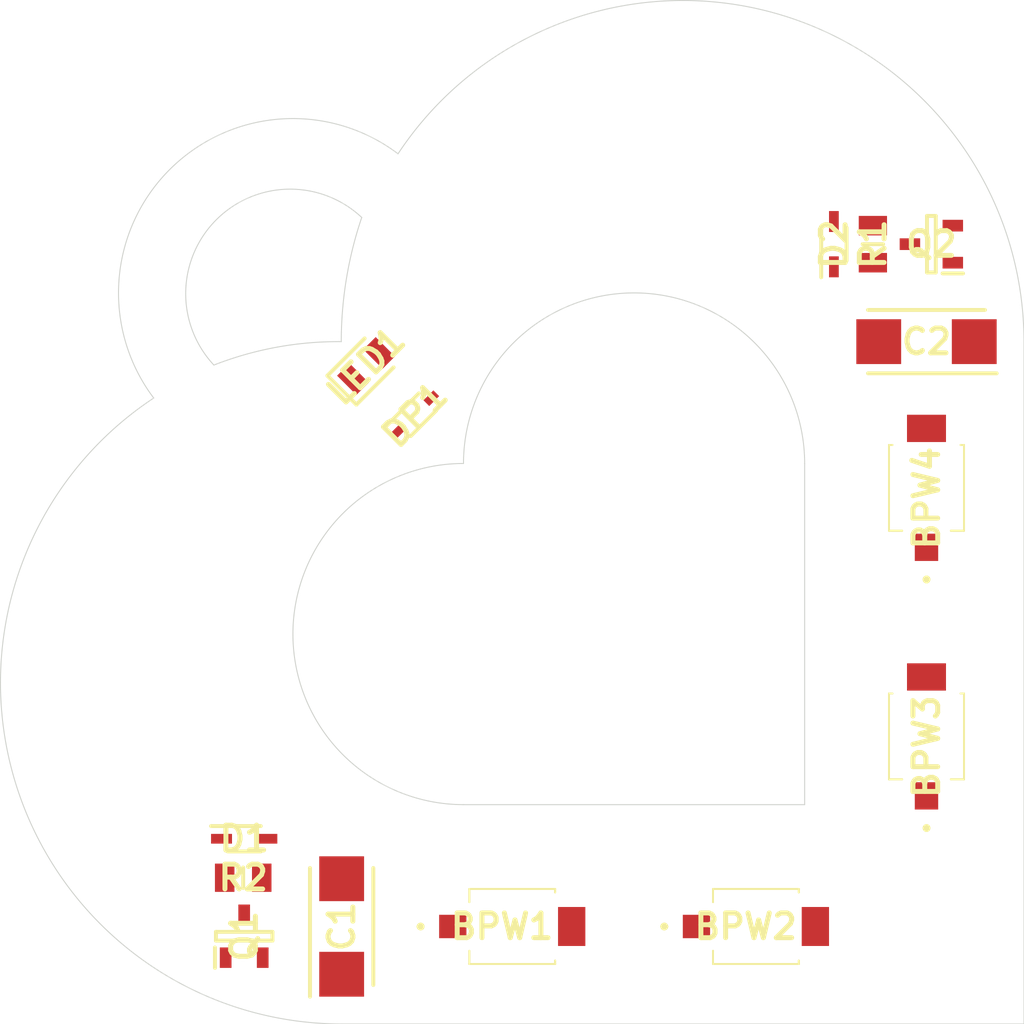
<source format=kicad_pcb>
(kicad_pcb (version 20171130) (host pcbnew "(5.1.12-1-g0a0a2da680)-1")

  (general
    (thickness 1.6)
    (drawings 12)
    (tracks 0)
    (zones 0)
    (modules 14)
    (nets 12)
  )

  (page A4)
  (layers
    (0 F.Cu signal)
    (31 B.Cu signal)
    (32 B.Adhes user)
    (33 F.Adhes user)
    (34 B.Paste user)
    (35 F.Paste user)
    (36 B.SilkS user)
    (37 F.SilkS user)
    (38 B.Mask user)
    (39 F.Mask user)
    (40 Dwgs.User user)
    (41 Cmts.User user)
    (42 Eco1.User user)
    (43 Eco2.User user)
    (44 Edge.Cuts user)
    (45 Margin user)
    (46 B.CrtYd user)
    (47 F.CrtYd user)
    (48 B.Fab user)
    (49 F.Fab user)
  )

  (setup
    (last_trace_width 0.25)
    (trace_clearance 0.2)
    (zone_clearance 0.508)
    (zone_45_only no)
    (trace_min 0.2)
    (via_size 0.8)
    (via_drill 0.4)
    (via_min_size 0.4)
    (via_min_drill 0.3)
    (uvia_size 0.3)
    (uvia_drill 0.1)
    (uvias_allowed no)
    (uvia_min_size 0.2)
    (uvia_min_drill 0.1)
    (edge_width 0.05)
    (segment_width 0.2)
    (pcb_text_width 0.3)
    (pcb_text_size 1.5 1.5)
    (mod_edge_width 0.12)
    (mod_text_size 1 1)
    (mod_text_width 0.15)
    (pad_size 1.524 1.524)
    (pad_drill 0.762)
    (pad_to_mask_clearance 0)
    (aux_axis_origin 0 0)
    (visible_elements FFFFFF7F)
    (pcbplotparams
      (layerselection 0x010fc_ffffffff)
      (usegerberextensions false)
      (usegerberattributes true)
      (usegerberadvancedattributes true)
      (creategerberjobfile true)
      (excludeedgelayer true)
      (linewidth 0.100000)
      (plotframeref false)
      (viasonmask false)
      (mode 1)
      (useauxorigin false)
      (hpglpennumber 1)
      (hpglpenspeed 20)
      (hpglpendiameter 15.000000)
      (psnegative false)
      (psa4output false)
      (plotreference true)
      (plotvalue true)
      (plotinvisibletext false)
      (padsonsilk false)
      (subtractmaskfromsilk false)
      (outputformat 1)
      (mirror false)
      (drillshape 1)
      (scaleselection 1)
      (outputdirectory ""))
  )

  (net 0 "")
  (net 1 "Net-(BPW1-Pad2)")
  (net 2 "Net-(BPW1-Pad1)")
  (net 3 "Net-(BPW2-Pad2)")
  (net 4 "Net-(BPW3-Pad2)")
  (net 5 "Net-(BPW4-Pad2)")
  (net 6 "Net-(C1-Pad1)")
  (net 7 "Net-(C2-Pad2)")
  (net 8 "Net-(DP1-Pad2)")
  (net 9 "Net-(DP1-Pad1)")
  (net 10 "Net-(LED1-Pad1)")
  (net 11 "Net-(Q1-Pad3)")

  (net_class Default "This is the default net class."
    (clearance 0.2)
    (trace_width 0.25)
    (via_dia 0.8)
    (via_drill 0.4)
    (uvia_dia 0.3)
    (uvia_drill 0.1)
    (add_net "Net-(BPW1-Pad1)")
    (add_net "Net-(BPW1-Pad2)")
    (add_net "Net-(BPW2-Pad2)")
    (add_net "Net-(BPW3-Pad2)")
    (add_net "Net-(BPW4-Pad2)")
    (add_net "Net-(C1-Pad1)")
    (add_net "Net-(C2-Pad2)")
    (add_net "Net-(DP1-Pad1)")
    (add_net "Net-(DP1-Pad2)")
    (add_net "Net-(LED1-Pad1)")
    (add_net "Net-(Q1-Pad3)")
  )

  (module Library_Loader:RESC2012X75N (layer F.Cu) (tedit 0) (tstamp 618D9BFF)
    (at 109.95 107.5)
    (descr ERJP6W)
    (tags Resistor)
    (path /618DF316)
    (attr smd)
    (fp_text reference R2 (at 0 0) (layer F.SilkS)
      (effects (font (size 1.27 1.27) (thickness 0.254)))
    )
    (fp_text value 220 (at 0 0) (layer F.SilkS) hide
      (effects (font (size 1.27 1.27) (thickness 0.254)))
    )
    (fp_text user %R (at 0 0) (layer F.Fab)
      (effects (font (size 1.27 1.27) (thickness 0.254)))
    )
    (fp_line (start -1.7 -1) (end 1.7 -1) (layer F.CrtYd) (width 0.05))
    (fp_line (start 1.7 -1) (end 1.7 1) (layer F.CrtYd) (width 0.05))
    (fp_line (start 1.7 1) (end -1.7 1) (layer F.CrtYd) (width 0.05))
    (fp_line (start -1.7 1) (end -1.7 -1) (layer F.CrtYd) (width 0.05))
    (fp_line (start -1 -0.625) (end 1 -0.625) (layer F.Fab) (width 0.1))
    (fp_line (start 1 -0.625) (end 1 0.625) (layer F.Fab) (width 0.1))
    (fp_line (start 1 0.625) (end -1 0.625) (layer F.Fab) (width 0.1))
    (fp_line (start -1 0.625) (end -1 -0.625) (layer F.Fab) (width 0.1))
    (fp_line (start 0 -0.525) (end 0 0.525) (layer F.SilkS) (width 0.2))
    (pad 2 smd rect (at 0.95 0) (size 1 1.45) (layers F.Cu F.Paste F.Mask)
      (net 11 "Net-(Q1-Pad3)"))
    (pad 1 smd rect (at -0.95 0) (size 1 1.45) (layers F.Cu F.Paste F.Mask)
      (net 10 "Net-(LED1-Pad1)"))
    (model D:\SamacSys_PCB_Library\KiCad\SamacSys_Parts.3dshapes\ERJP6WF1303V.stp
      (at (xyz 0 0 0))
      (scale (xyz 1 1 1))
      (rotate (xyz 0 0 0))
    )
  )

  (module Library_Loader:RESC2012X75N (layer F.Cu) (tedit 0) (tstamp 618D9BEF)
    (at 142.25 75 270)
    (descr ERJP6W)
    (tags Resistor)
    (path /618E07A5)
    (attr smd)
    (fp_text reference R1 (at 0 0 90) (layer F.SilkS)
      (effects (font (size 1.27 1.27) (thickness 0.254)))
    )
    (fp_text value 4k7 (at 0 0 90) (layer F.SilkS) hide
      (effects (font (size 1.27 1.27) (thickness 0.254)))
    )
    (fp_line (start 0 -0.525) (end 0 0.525) (layer F.SilkS) (width 0.2))
    (fp_line (start -1 0.625) (end -1 -0.625) (layer F.Fab) (width 0.1))
    (fp_line (start 1 0.625) (end -1 0.625) (layer F.Fab) (width 0.1))
    (fp_line (start 1 -0.625) (end 1 0.625) (layer F.Fab) (width 0.1))
    (fp_line (start -1 -0.625) (end 1 -0.625) (layer F.Fab) (width 0.1))
    (fp_line (start -1.7 1) (end -1.7 -1) (layer F.CrtYd) (width 0.05))
    (fp_line (start 1.7 1) (end -1.7 1) (layer F.CrtYd) (width 0.05))
    (fp_line (start 1.7 -1) (end 1.7 1) (layer F.CrtYd) (width 0.05))
    (fp_line (start -1.7 -1) (end 1.7 -1) (layer F.CrtYd) (width 0.05))
    (fp_text user %R (at 0 0 90) (layer F.Fab)
      (effects (font (size 1.27 1.27) (thickness 0.254)))
    )
    (pad 1 smd rect (at -0.95 0 270) (size 1 1.45) (layers F.Cu F.Paste F.Mask)
      (net 6 "Net-(C1-Pad1)"))
    (pad 2 smd rect (at 0.95 0 270) (size 1 1.45) (layers F.Cu F.Paste F.Mask)
      (net 8 "Net-(DP1-Pad2)"))
    (model D:\SamacSys_PCB_Library\KiCad\SamacSys_Parts.3dshapes\ERJP6WF1303V.stp
      (at (xyz 0 0 0))
      (scale (xyz 1 1 1))
      (rotate (xyz 0 0 0))
    )
  )

  (module Library_Loader:SOT95P230X110-3N (layer F.Cu) (tedit 0) (tstamp 618D9BDF)
    (at 145.25 75 180)
    (descr SOT23-ren3)
    (tags "Transistor BJT NPN")
    (path /618E46C4)
    (attr smd)
    (fp_text reference Q2 (at 0 0) (layer F.SilkS)
      (effects (font (size 1.27 1.27) (thickness 0.254)))
    )
    (fp_text value BC857 (at 0 0) (layer F.SilkS) hide
      (effects (font (size 1.27 1.27) (thickness 0.254)))
    )
    (fp_line (start -1.625 -1.5) (end -0.575 -1.5) (layer F.SilkS) (width 0.2))
    (fp_line (start -0.225 1.45) (end -0.225 -1.45) (layer F.SilkS) (width 0.2))
    (fp_line (start 0.225 1.45) (end -0.225 1.45) (layer F.SilkS) (width 0.2))
    (fp_line (start 0.225 -1.45) (end 0.225 1.45) (layer F.SilkS) (width 0.2))
    (fp_line (start -0.225 -1.45) (end 0.225 -1.45) (layer F.SilkS) (width 0.2))
    (fp_line (start -0.65 -0.5) (end 0.3 -1.45) (layer F.Fab) (width 0.1))
    (fp_line (start -0.65 1.45) (end -0.65 -1.45) (layer F.Fab) (width 0.1))
    (fp_line (start 0.65 1.45) (end -0.65 1.45) (layer F.Fab) (width 0.1))
    (fp_line (start 0.65 -1.45) (end 0.65 1.45) (layer F.Fab) (width 0.1))
    (fp_line (start -0.65 -1.45) (end 0.65 -1.45) (layer F.Fab) (width 0.1))
    (fp_line (start -1.875 1.75) (end -1.875 -1.75) (layer F.CrtYd) (width 0.05))
    (fp_line (start 1.875 1.75) (end -1.875 1.75) (layer F.CrtYd) (width 0.05))
    (fp_line (start 1.875 -1.75) (end 1.875 1.75) (layer F.CrtYd) (width 0.05))
    (fp_line (start -1.875 -1.75) (end 1.875 -1.75) (layer F.CrtYd) (width 0.05))
    (fp_text user %R (at 0 0) (layer F.Fab)
      (effects (font (size 1.27 1.27) (thickness 0.254)))
    )
    (pad 1 smd rect (at -1.1 -0.95 270) (size 0.6 1.05) (layers F.Cu F.Paste F.Mask)
      (net 11 "Net-(Q1-Pad3)"))
    (pad 2 smd rect (at -1.1 0.95 270) (size 0.6 1.05) (layers F.Cu F.Paste F.Mask)
      (net 2 "Net-(BPW1-Pad1)"))
    (pad 3 smd rect (at 1.1 0 270) (size 0.6 1.05) (layers F.Cu F.Paste F.Mask)
      (net 5 "Net-(BPW4-Pad2)"))
    (model D:\SamacSys_PCB_Library\KiCad\SamacSys_Parts.3dshapes\BCX70J,235.stp
      (at (xyz 0 0 0))
      (scale (xyz 1 1 1))
      (rotate (xyz 0 0 0))
    )
  )

  (module Library_Loader:SOT95P230X110-3N (layer F.Cu) (tedit 0) (tstamp 618D9BC9)
    (at 110 110.5 90)
    (descr SOT23-ren3)
    (tags "Transistor BJT NPN")
    (path /618E28A6)
    (attr smd)
    (fp_text reference Q1 (at 0 0 90) (layer F.SilkS)
      (effects (font (size 1.27 1.27) (thickness 0.254)))
    )
    (fp_text value BCX70 (at 0 0 90) (layer F.SilkS) hide
      (effects (font (size 1.27 1.27) (thickness 0.254)))
    )
    (fp_text user %R (at 0 0 90) (layer F.Fab)
      (effects (font (size 1.27 1.27) (thickness 0.254)))
    )
    (fp_line (start -1.875 -1.75) (end 1.875 -1.75) (layer F.CrtYd) (width 0.05))
    (fp_line (start 1.875 -1.75) (end 1.875 1.75) (layer F.CrtYd) (width 0.05))
    (fp_line (start 1.875 1.75) (end -1.875 1.75) (layer F.CrtYd) (width 0.05))
    (fp_line (start -1.875 1.75) (end -1.875 -1.75) (layer F.CrtYd) (width 0.05))
    (fp_line (start -0.65 -1.45) (end 0.65 -1.45) (layer F.Fab) (width 0.1))
    (fp_line (start 0.65 -1.45) (end 0.65 1.45) (layer F.Fab) (width 0.1))
    (fp_line (start 0.65 1.45) (end -0.65 1.45) (layer F.Fab) (width 0.1))
    (fp_line (start -0.65 1.45) (end -0.65 -1.45) (layer F.Fab) (width 0.1))
    (fp_line (start -0.65 -0.5) (end 0.3 -1.45) (layer F.Fab) (width 0.1))
    (fp_line (start -0.225 -1.45) (end 0.225 -1.45) (layer F.SilkS) (width 0.2))
    (fp_line (start 0.225 -1.45) (end 0.225 1.45) (layer F.SilkS) (width 0.2))
    (fp_line (start 0.225 1.45) (end -0.225 1.45) (layer F.SilkS) (width 0.2))
    (fp_line (start -0.225 1.45) (end -0.225 -1.45) (layer F.SilkS) (width 0.2))
    (fp_line (start -1.625 -1.5) (end -0.575 -1.5) (layer F.SilkS) (width 0.2))
    (pad 3 smd rect (at 1.1 0 180) (size 0.6 1.05) (layers F.Cu F.Paste F.Mask)
      (net 11 "Net-(Q1-Pad3)"))
    (pad 2 smd rect (at -1.1 0.95 180) (size 0.6 1.05) (layers F.Cu F.Paste F.Mask)
      (net 7 "Net-(C2-Pad2)"))
    (pad 1 smd rect (at -1.1 -0.95 180) (size 0.6 1.05) (layers F.Cu F.Paste F.Mask)
      (net 9 "Net-(DP1-Pad1)"))
    (model D:\SamacSys_PCB_Library\KiCad\SamacSys_Parts.3dshapes\BCX70J,235.stp
      (at (xyz 0 0 0))
      (scale (xyz 1 1 1))
      (rotate (xyz 0 0 0))
    )
  )

  (module Library_Loader:LEDC2012X90N (layer F.Cu) (tedit 0) (tstamp 618D9BB3)
    (at 116.25 81.25 45)
    (descr "SML-H12x Series-1")
    (tags LED)
    (path /618DBBB0)
    (attr smd)
    (fp_text reference LED1 (at 0 0 45) (layer F.SilkS)
      (effects (font (size 1.27 1.27) (thickness 0.254)))
    )
    (fp_text value SML-H12V8TT86 (at 0 0 45) (layer F.SilkS) hide
      (effects (font (size 1.27 1.27) (thickness 0.254)))
    )
    (fp_text user %R (at 0 0 45) (layer F.Fab)
      (effects (font (size 1.27 1.27) (thickness 0.254)))
    )
    (fp_line (start -1.85 -1.15) (end 1.85 -1.15) (layer F.CrtYd) (width 0.05))
    (fp_line (start 1.85 -1.15) (end 1.85 1.15) (layer F.CrtYd) (width 0.05))
    (fp_line (start 1.85 1.15) (end -1.85 1.15) (layer F.CrtYd) (width 0.05))
    (fp_line (start -1.85 1.15) (end -1.85 -1.15) (layer F.CrtYd) (width 0.05))
    (fp_line (start -1 -0.625) (end 1 -0.625) (layer F.Fab) (width 0.1))
    (fp_line (start 1 -0.625) (end 1 0.625) (layer F.Fab) (width 0.1))
    (fp_line (start 1 0.625) (end -1 0.625) (layer F.Fab) (width 0.1))
    (fp_line (start -1 0.625) (end -1 -0.625) (layer F.Fab) (width 0.1))
    (fp_line (start -1 -0.208) (end -0.583 -0.625) (layer F.Fab) (width 0.1))
    (fp_line (start 0.95 -1.05) (end -1.75 -1.05) (layer F.SilkS) (width 0.2))
    (fp_line (start -1.75 -1.05) (end -1.75 1.05) (layer F.SilkS) (width 0.2))
    (fp_line (start -1.75 1.05) (end 0.95 1.05) (layer F.SilkS) (width 0.2))
    (pad 2 smd rect (at 0.95 0 45) (size 0.9 1.4) (layers F.Cu F.Paste F.Mask)
      (net 6 "Net-(C1-Pad1)"))
    (pad 1 smd rect (at -0.95 0 45) (size 0.9 1.4) (layers F.Cu F.Paste F.Mask)
      (net 10 "Net-(LED1-Pad1)"))
    (model D:\SamacSys_PCB_Library\KiCad\SamacSys_Parts.3dshapes\SML-H12V8TT86.stp
      (offset (xyz -0.02999999887889222 0 0.1399999984934563))
      (scale (xyz 1 1 1))
      (rotate (xyz -90 0 0))
    )
  )

  (module Library_Loader:SODFL2512X90N (layer F.Cu) (tedit 0) (tstamp 618D9BA0)
    (at 118.75 83.75 45)
    (descr SOD-323)
    (tags Diode)
    (path /61900117)
    (attr smd)
    (fp_text reference DP1 (at 0 0 45) (layer F.SilkS)
      (effects (font (size 1.27 1.27) (thickness 0.254)))
    )
    (fp_text value BAV21WS_R1_00001 (at 0 0 45) (layer F.SilkS) hide
      (effects (font (size 1.27 1.27) (thickness 0.254)))
    )
    (fp_text user %R (at 0 0 45) (layer F.Fab)
      (effects (font (size 1.27 1.27) (thickness 0.254)))
    )
    (fp_line (start -1.71 -0.825) (end 1.71 -0.825) (layer F.CrtYd) (width 0.05))
    (fp_line (start 1.71 -0.825) (end 1.71 0.825) (layer F.CrtYd) (width 0.05))
    (fp_line (start 1.71 0.825) (end -1.71 0.825) (layer F.CrtYd) (width 0.05))
    (fp_line (start -1.71 0.825) (end -1.71 -0.825) (layer F.CrtYd) (width 0.05))
    (fp_line (start -0.925 -0.625) (end 0.925 -0.625) (layer F.Fab) (width 0.1))
    (fp_line (start 0.925 -0.625) (end 0.925 0.625) (layer F.Fab) (width 0.1))
    (fp_line (start 0.925 0.625) (end -0.925 0.625) (layer F.Fab) (width 0.1))
    (fp_line (start -0.925 0.625) (end -0.925 -0.625) (layer F.Fab) (width 0.1))
    (fp_line (start -0.925 -0.265) (end -0.565 -0.625) (layer F.Fab) (width 0.1))
    (fp_line (start -1.56 -0.625) (end 0.925 -0.625) (layer F.SilkS) (width 0.2))
    (fp_line (start -0.925 0.625) (end 0.925 0.625) (layer F.SilkS) (width 0.2))
    (pad 2 smd rect (at 1.2 0 135) (size 0.42 0.72) (layers F.Cu F.Paste F.Mask)
      (net 8 "Net-(DP1-Pad2)"))
    (pad 1 smd rect (at -1.2 0 135) (size 0.42 0.72) (layers F.Cu F.Paste F.Mask)
      (net 9 "Net-(DP1-Pad1)"))
    (model D:\SamacSys_PCB_Library\KiCad\SamacSys_Parts.3dshapes\BAV21WS_R1_00001.stp
      (at (xyz 0 0 0))
      (scale (xyz 1 1 1))
      (rotate (xyz 0 0 0))
    )
  )

  (module Library_Loader:SOD2513X120N (layer F.Cu) (tedit 0) (tstamp 618D9B8E)
    (at 140.25 75 90)
    (descr SOD323)
    (tags Diode)
    (path /618D9945)
    (attr smd)
    (fp_text reference D2 (at 0 0 90) (layer F.SilkS)
      (effects (font (size 1.27 1.27) (thickness 0.254)))
    )
    (fp_text value ZLLS410TA (at 0 0 90) (layer F.SilkS) hide
      (effects (font (size 1.27 1.27) (thickness 0.254)))
    )
    (fp_line (start -0.85 0.65) (end 0.85 0.65) (layer F.SilkS) (width 0.2))
    (fp_line (start -1.7 -0.65) (end 0.85 -0.65) (layer F.SilkS) (width 0.2))
    (fp_line (start -0.85 -0.112) (end -0.312 -0.65) (layer F.Fab) (width 0.1))
    (fp_line (start -0.85 0.65) (end -0.85 -0.65) (layer F.Fab) (width 0.1))
    (fp_line (start 0.85 0.65) (end -0.85 0.65) (layer F.Fab) (width 0.1))
    (fp_line (start 0.85 -0.65) (end 0.85 0.65) (layer F.Fab) (width 0.1))
    (fp_line (start -0.85 -0.65) (end 0.85 -0.65) (layer F.Fab) (width 0.1))
    (fp_line (start -1.975 1.15) (end -1.975 -1.15) (layer F.CrtYd) (width 0.05))
    (fp_line (start 1.975 1.15) (end -1.975 1.15) (layer F.CrtYd) (width 0.05))
    (fp_line (start 1.975 -1.15) (end 1.975 1.15) (layer F.CrtYd) (width 0.05))
    (fp_line (start -1.975 -1.15) (end 1.975 -1.15) (layer F.CrtYd) (width 0.05))
    (fp_text user %R (at 0 0 90) (layer F.Fab)
      (effects (font (size 1.27 1.27) (thickness 0.254)))
    )
    (pad 1 smd rect (at -1.162 0 180) (size 0.5 1.075) (layers F.Cu F.Paste F.Mask)
      (net 5 "Net-(BPW4-Pad2)"))
    (pad 2 smd rect (at 1.162 0 180) (size 0.5 1.075) (layers F.Cu F.Paste F.Mask)
      (net 7 "Net-(C2-Pad2)"))
    (model D:\SamacSys_PCB_Library\KiCad\SamacSys_Parts.3dshapes\ZLLS410TA.stp
      (at (xyz 0 0 0))
      (scale (xyz 1 1 1))
      (rotate (xyz 0 0 0))
    )
  )

  (module Library_Loader:SOD2513X120N (layer F.Cu) (tedit 0) (tstamp 618D9B7C)
    (at 110 105.5)
    (descr SOD323)
    (tags Diode)
    (path /618D8BD4)
    (attr smd)
    (fp_text reference D1 (at 0 0) (layer F.SilkS)
      (effects (font (size 1.27 1.27) (thickness 0.254)))
    )
    (fp_text value ZLLS410TA (at 0 0) (layer F.SilkS) hide
      (effects (font (size 1.27 1.27) (thickness 0.254)))
    )
    (fp_line (start -0.85 0.65) (end 0.85 0.65) (layer F.SilkS) (width 0.2))
    (fp_line (start -1.7 -0.65) (end 0.85 -0.65) (layer F.SilkS) (width 0.2))
    (fp_line (start -0.85 -0.112) (end -0.312 -0.65) (layer F.Fab) (width 0.1))
    (fp_line (start -0.85 0.65) (end -0.85 -0.65) (layer F.Fab) (width 0.1))
    (fp_line (start 0.85 0.65) (end -0.85 0.65) (layer F.Fab) (width 0.1))
    (fp_line (start 0.85 -0.65) (end 0.85 0.65) (layer F.Fab) (width 0.1))
    (fp_line (start -0.85 -0.65) (end 0.85 -0.65) (layer F.Fab) (width 0.1))
    (fp_line (start -1.975 1.15) (end -1.975 -1.15) (layer F.CrtYd) (width 0.05))
    (fp_line (start 1.975 1.15) (end -1.975 1.15) (layer F.CrtYd) (width 0.05))
    (fp_line (start 1.975 -1.15) (end 1.975 1.15) (layer F.CrtYd) (width 0.05))
    (fp_line (start -1.975 -1.15) (end 1.975 -1.15) (layer F.CrtYd) (width 0.05))
    (fp_text user %R (at 0 0) (layer F.Fab)
      (effects (font (size 1.27 1.27) (thickness 0.254)))
    )
    (pad 1 smd rect (at -1.162 0 90) (size 0.5 1.075) (layers F.Cu F.Paste F.Mask)
      (net 6 "Net-(C1-Pad1)"))
    (pad 2 smd rect (at 1.162 0 90) (size 0.5 1.075) (layers F.Cu F.Paste F.Mask)
      (net 2 "Net-(BPW1-Pad1)"))
    (model D:\SamacSys_PCB_Library\KiCad\SamacSys_Parts.3dshapes\ZLLS410TA.stp
      (at (xyz 0 0 0))
      (scale (xyz 1 1 1))
      (rotate (xyz 0 0 0))
    )
  )

  (module Library_Loader:CAPPM6032X280N (layer F.Cu) (tedit 0) (tstamp 618D9B6A)
    (at 145 80 180)
    (descr 2312)
    (tags "Capacitor Polarised")
    (path /618E8B0D)
    (attr smd)
    (fp_text reference C2 (at 0 0) (layer F.SilkS)
      (effects (font (size 1.27 1.27) (thickness 0.254)))
    )
    (fp_text value 100uF (at 0 0) (layer F.SilkS) hide
      (effects (font (size 1.27 1.27) (thickness 0.254)))
    )
    (fp_text user %R (at 0 0) (layer F.Fab)
      (effects (font (size 1.27 1.27) (thickness 0.254)))
    )
    (fp_line (start -3.85 -1.95) (end 3.85 -1.95) (layer F.CrtYd) (width 0.05))
    (fp_line (start 3.85 -1.95) (end 3.85 1.95) (layer F.CrtYd) (width 0.05))
    (fp_line (start 3.85 1.95) (end -3.85 1.95) (layer F.CrtYd) (width 0.05))
    (fp_line (start -3.85 1.95) (end -3.85 -1.95) (layer F.CrtYd) (width 0.05))
    (fp_line (start -3 -1.625) (end 3 -1.625) (layer F.Fab) (width 0.1))
    (fp_line (start 3 -1.625) (end 3 1.625) (layer F.Fab) (width 0.1))
    (fp_line (start 3 1.625) (end -3 1.625) (layer F.Fab) (width 0.1))
    (fp_line (start -3 1.625) (end -3 -1.625) (layer F.Fab) (width 0.1))
    (fp_line (start -3 -0.475) (end -1.85 -1.625) (layer F.Fab) (width 0.1))
    (fp_line (start 3 -1.625) (end -3.6 -1.625) (layer F.SilkS) (width 0.2))
    (fp_line (start -3 1.625) (end 3 1.625) (layer F.SilkS) (width 0.2))
    (pad 2 smd rect (at 2.45 0 270) (size 2.3 2.3) (layers F.Cu F.Paste F.Mask)
      (net 7 "Net-(C2-Pad2)"))
    (pad 1 smd rect (at -2.45 0 270) (size 2.3 2.3) (layers F.Cu F.Paste F.Mask)
      (net 2 "Net-(BPW1-Pad1)"))
    (model D:\SamacSys_PCB_Library\KiCad\SamacSys_Parts.3dshapes\TCJC107M006R0100E.stp
      (at (xyz 0 0 0))
      (scale (xyz 1 1 1))
      (rotate (xyz 0 0 0))
    )
  )

  (module Library_Loader:CAPPM6032X280N (layer F.Cu) (tedit 0) (tstamp 618D9B58)
    (at 115 110 90)
    (descr 2312)
    (tags "Capacitor Polarised")
    (path /618E6C31)
    (attr smd)
    (fp_text reference C1 (at 0 0 90) (layer F.SilkS)
      (effects (font (size 1.27 1.27) (thickness 0.254)))
    )
    (fp_text value 100uF (at 0 0 90) (layer F.SilkS) hide
      (effects (font (size 1.27 1.27) (thickness 0.254)))
    )
    (fp_text user %R (at 0 0 90) (layer F.Fab)
      (effects (font (size 1.27 1.27) (thickness 0.254)))
    )
    (fp_line (start -3.85 -1.95) (end 3.85 -1.95) (layer F.CrtYd) (width 0.05))
    (fp_line (start 3.85 -1.95) (end 3.85 1.95) (layer F.CrtYd) (width 0.05))
    (fp_line (start 3.85 1.95) (end -3.85 1.95) (layer F.CrtYd) (width 0.05))
    (fp_line (start -3.85 1.95) (end -3.85 -1.95) (layer F.CrtYd) (width 0.05))
    (fp_line (start -3 -1.625) (end 3 -1.625) (layer F.Fab) (width 0.1))
    (fp_line (start 3 -1.625) (end 3 1.625) (layer F.Fab) (width 0.1))
    (fp_line (start 3 1.625) (end -3 1.625) (layer F.Fab) (width 0.1))
    (fp_line (start -3 1.625) (end -3 -1.625) (layer F.Fab) (width 0.1))
    (fp_line (start -3 -0.475) (end -1.85 -1.625) (layer F.Fab) (width 0.1))
    (fp_line (start 3 -1.625) (end -3.6 -1.625) (layer F.SilkS) (width 0.2))
    (fp_line (start -3 1.625) (end 3 1.625) (layer F.SilkS) (width 0.2))
    (pad 2 smd rect (at 2.45 0 180) (size 2.3 2.3) (layers F.Cu F.Paste F.Mask)
      (net 5 "Net-(BPW4-Pad2)"))
    (pad 1 smd rect (at -2.45 0 180) (size 2.3 2.3) (layers F.Cu F.Paste F.Mask)
      (net 6 "Net-(C1-Pad1)"))
    (model D:\SamacSys_PCB_Library\KiCad\SamacSys_Parts.3dshapes\TCJC107M006R0100E.stp
      (at (xyz 0 0 0))
      (scale (xyz 1 1 1))
      (rotate (xyz 0 0 0))
    )
  )

  (module Library_Loader:BPW34SRZ (layer F.Cu) (tedit 0) (tstamp 618D9B46)
    (at 145 87.5 90)
    (descr "BPW 34 SR-Z-2")
    (tags Diode)
    (path /618D7DDC)
    (attr smd)
    (fp_text reference BPW4 (at -0.525 0 90) (layer F.SilkS)
      (effects (font (size 1.27 1.27) (thickness 0.254)))
    )
    (fp_text value BPW_34_SR-Z (at -0.525 0 90) (layer F.SilkS) hide
      (effects (font (size 1.27 1.27) (thickness 0.254)))
    )
    (fp_arc (start -4.7 0) (end -4.8 0) (angle -180) (layer F.SilkS) (width 0.2))
    (fp_arc (start -4.7 0) (end -4.6 0) (angle -180) (layer F.SilkS) (width 0.2))
    (fp_arc (start -4.7 0) (end -4.8 0) (angle -180) (layer F.SilkS) (width 0.2))
    (fp_text user %R (at -0.525 0 90) (layer F.Fab)
      (effects (font (size 1.27 1.27) (thickness 0.254)))
    )
    (fp_line (start -2.2 1.925) (end 2.2 1.925) (layer F.Fab) (width 0.2))
    (fp_line (start 2.2 1.925) (end 2.2 -1.925) (layer F.Fab) (width 0.2))
    (fp_line (start 2.2 -1.925) (end -2.2 -1.925) (layer F.Fab) (width 0.2))
    (fp_line (start -2.2 -1.925) (end -2.2 1.925) (layer F.Fab) (width 0.2))
    (fp_line (start -2.2 -1.925) (end 2.2 -1.925) (layer F.SilkS) (width 0.1))
    (fp_line (start 2.2 -1.925) (end 2.2 -1.925) (layer F.SilkS) (width 0.1))
    (fp_line (start 2.2 -1.925) (end -2.2 -1.925) (layer F.SilkS) (width 0.1))
    (fp_line (start -2.2 -1.925) (end -2.2 -1.925) (layer F.SilkS) (width 0.1))
    (fp_line (start -2.2 1.925) (end 2.2 1.925) (layer F.SilkS) (width 0.1))
    (fp_line (start 2.2 1.925) (end 2.2 1.925) (layer F.SilkS) (width 0.1))
    (fp_line (start 2.2 1.925) (end -2.2 1.925) (layer F.SilkS) (width 0.1))
    (fp_line (start -2.2 1.925) (end -2.2 1.925) (layer F.SilkS) (width 0.1))
    (fp_line (start -5.8 -2.925) (end 4.75 -2.925) (layer F.CrtYd) (width 0.1))
    (fp_line (start 4.75 -2.925) (end 4.75 2.925) (layer F.CrtYd) (width 0.1))
    (fp_line (start 4.75 2.925) (end -5.8 2.925) (layer F.CrtYd) (width 0.1))
    (fp_line (start -5.8 2.925) (end -5.8 -2.925) (layer F.CrtYd) (width 0.1))
    (fp_line (start -2.2 -1.25) (end -2.2 -1.25) (layer F.SilkS) (width 0.1))
    (fp_line (start -2.2 -1.25) (end -2.2 -1.925) (layer F.SilkS) (width 0.1))
    (fp_line (start -2.2 -1.925) (end -2.2 -1.925) (layer F.SilkS) (width 0.1))
    (fp_line (start -2.2 -1.925) (end -2.2 -1.25) (layer F.SilkS) (width 0.1))
    (fp_line (start 2.2 -1.925) (end 2.2 -1.925) (layer F.SilkS) (width 0.1))
    (fp_line (start 2.2 -1.925) (end 2.2 -1.75) (layer F.SilkS) (width 0.1))
    (fp_line (start 2.2 -1.75) (end 2.2 -1.75) (layer F.SilkS) (width 0.1))
    (fp_line (start 2.2 -1.75) (end 2.2 -1.925) (layer F.SilkS) (width 0.1))
    (fp_line (start -2.2 1.25) (end -2.2 1.25) (layer F.SilkS) (width 0.1))
    (fp_line (start -2.2 1.25) (end -2.2 1.925) (layer F.SilkS) (width 0.1))
    (fp_line (start -2.2 1.925) (end -2.2 1.925) (layer F.SilkS) (width 0.1))
    (fp_line (start -2.2 1.925) (end -2.2 1.25) (layer F.SilkS) (width 0.1))
    (fp_line (start 2.2 1.925) (end 2.2 1.925) (layer F.SilkS) (width 0.1))
    (fp_line (start 2.2 1.925) (end 2.2 1.75) (layer F.SilkS) (width 0.1))
    (fp_line (start 2.2 1.75) (end 2.2 1.75) (layer F.SilkS) (width 0.1))
    (fp_line (start 2.2 1.75) (end 2.2 1.925) (layer F.SilkS) (width 0.1))
    (fp_line (start -4.8 0) (end -4.8 0) (layer F.SilkS) (width 0.2))
    (fp_line (start -4.6 0) (end -4.6 0) (layer F.SilkS) (width 0.2))
    (fp_line (start -4.8 0) (end -4.8 0) (layer F.SilkS) (width 0.2))
    (pad 2 smd rect (at 3.05 0 90) (size 1.4 2) (layers F.Cu F.Paste F.Mask)
      (net 5 "Net-(BPW4-Pad2)"))
    (pad 1 smd rect (at -3.05 0 180) (size 1.2 1.4) (layers F.Cu F.Paste F.Mask)
      (net 4 "Net-(BPW3-Pad2)"))
    (model D:/SamacSys_PCB_Library/KiCad/SamacSys_Parts.3dshapes/bpw34s.STEP
      (at (xyz 0 0 0))
      (scale (xyz 1 1 1))
      (rotate (xyz -90 0 0))
    )
  )

  (module Library_Loader:BPW34SRZ (layer F.Cu) (tedit 0) (tstamp 618D9B19)
    (at 145 100.25 90)
    (descr "BPW 34 SR-Z-2")
    (tags Diode)
    (path /618D73D6)
    (attr smd)
    (fp_text reference BPW3 (at -0.525 0 90) (layer F.SilkS)
      (effects (font (size 1.27 1.27) (thickness 0.254)))
    )
    (fp_text value BPW_34_SR-Z (at -0.525 0 90) (layer F.SilkS) hide
      (effects (font (size 1.27 1.27) (thickness 0.254)))
    )
    (fp_arc (start -4.7 0) (end -4.8 0) (angle -180) (layer F.SilkS) (width 0.2))
    (fp_arc (start -4.7 0) (end -4.6 0) (angle -180) (layer F.SilkS) (width 0.2))
    (fp_arc (start -4.7 0) (end -4.8 0) (angle -180) (layer F.SilkS) (width 0.2))
    (fp_text user %R (at -0.525 0 90) (layer F.Fab)
      (effects (font (size 1.27 1.27) (thickness 0.254)))
    )
    (fp_line (start -2.2 1.925) (end 2.2 1.925) (layer F.Fab) (width 0.2))
    (fp_line (start 2.2 1.925) (end 2.2 -1.925) (layer F.Fab) (width 0.2))
    (fp_line (start 2.2 -1.925) (end -2.2 -1.925) (layer F.Fab) (width 0.2))
    (fp_line (start -2.2 -1.925) (end -2.2 1.925) (layer F.Fab) (width 0.2))
    (fp_line (start -2.2 -1.925) (end 2.2 -1.925) (layer F.SilkS) (width 0.1))
    (fp_line (start 2.2 -1.925) (end 2.2 -1.925) (layer F.SilkS) (width 0.1))
    (fp_line (start 2.2 -1.925) (end -2.2 -1.925) (layer F.SilkS) (width 0.1))
    (fp_line (start -2.2 -1.925) (end -2.2 -1.925) (layer F.SilkS) (width 0.1))
    (fp_line (start -2.2 1.925) (end 2.2 1.925) (layer F.SilkS) (width 0.1))
    (fp_line (start 2.2 1.925) (end 2.2 1.925) (layer F.SilkS) (width 0.1))
    (fp_line (start 2.2 1.925) (end -2.2 1.925) (layer F.SilkS) (width 0.1))
    (fp_line (start -2.2 1.925) (end -2.2 1.925) (layer F.SilkS) (width 0.1))
    (fp_line (start -5.8 -2.925) (end 4.75 -2.925) (layer F.CrtYd) (width 0.1))
    (fp_line (start 4.75 -2.925) (end 4.75 2.925) (layer F.CrtYd) (width 0.1))
    (fp_line (start 4.75 2.925) (end -5.8 2.925) (layer F.CrtYd) (width 0.1))
    (fp_line (start -5.8 2.925) (end -5.8 -2.925) (layer F.CrtYd) (width 0.1))
    (fp_line (start -2.2 -1.25) (end -2.2 -1.25) (layer F.SilkS) (width 0.1))
    (fp_line (start -2.2 -1.25) (end -2.2 -1.925) (layer F.SilkS) (width 0.1))
    (fp_line (start -2.2 -1.925) (end -2.2 -1.925) (layer F.SilkS) (width 0.1))
    (fp_line (start -2.2 -1.925) (end -2.2 -1.25) (layer F.SilkS) (width 0.1))
    (fp_line (start 2.2 -1.925) (end 2.2 -1.925) (layer F.SilkS) (width 0.1))
    (fp_line (start 2.2 -1.925) (end 2.2 -1.75) (layer F.SilkS) (width 0.1))
    (fp_line (start 2.2 -1.75) (end 2.2 -1.75) (layer F.SilkS) (width 0.1))
    (fp_line (start 2.2 -1.75) (end 2.2 -1.925) (layer F.SilkS) (width 0.1))
    (fp_line (start -2.2 1.25) (end -2.2 1.25) (layer F.SilkS) (width 0.1))
    (fp_line (start -2.2 1.25) (end -2.2 1.925) (layer F.SilkS) (width 0.1))
    (fp_line (start -2.2 1.925) (end -2.2 1.925) (layer F.SilkS) (width 0.1))
    (fp_line (start -2.2 1.925) (end -2.2 1.25) (layer F.SilkS) (width 0.1))
    (fp_line (start 2.2 1.925) (end 2.2 1.925) (layer F.SilkS) (width 0.1))
    (fp_line (start 2.2 1.925) (end 2.2 1.75) (layer F.SilkS) (width 0.1))
    (fp_line (start 2.2 1.75) (end 2.2 1.75) (layer F.SilkS) (width 0.1))
    (fp_line (start 2.2 1.75) (end 2.2 1.925) (layer F.SilkS) (width 0.1))
    (fp_line (start -4.8 0) (end -4.8 0) (layer F.SilkS) (width 0.2))
    (fp_line (start -4.6 0) (end -4.6 0) (layer F.SilkS) (width 0.2))
    (fp_line (start -4.8 0) (end -4.8 0) (layer F.SilkS) (width 0.2))
    (pad 2 smd rect (at 3.05 0 90) (size 1.4 2) (layers F.Cu F.Paste F.Mask)
      (net 4 "Net-(BPW3-Pad2)"))
    (pad 1 smd rect (at -3.05 0 180) (size 1.2 1.4) (layers F.Cu F.Paste F.Mask)
      (net 3 "Net-(BPW2-Pad2)"))
    (model D:/SamacSys_PCB_Library/KiCad/SamacSys_Parts.3dshapes/bpw34s.STEP
      (at (xyz 0 0 0))
      (scale (xyz 1 1 1))
      (rotate (xyz -90 0 0))
    )
  )

  (module Library_Loader:BPW34SRZ (layer F.Cu) (tedit 0) (tstamp 618D9AEC)
    (at 136.25 110)
    (descr "BPW 34 SR-Z-2")
    (tags Diode)
    (path /618D671D)
    (attr smd)
    (fp_text reference BPW2 (at -0.525 0) (layer F.SilkS)
      (effects (font (size 1.27 1.27) (thickness 0.254)))
    )
    (fp_text value BPW_34_SR-Z (at -0.525 0) (layer F.SilkS) hide
      (effects (font (size 1.27 1.27) (thickness 0.254)))
    )
    (fp_arc (start -4.7 0) (end -4.8 0) (angle -180) (layer F.SilkS) (width 0.2))
    (fp_arc (start -4.7 0) (end -4.6 0) (angle -180) (layer F.SilkS) (width 0.2))
    (fp_arc (start -4.7 0) (end -4.8 0) (angle -180) (layer F.SilkS) (width 0.2))
    (fp_text user %R (at -0.525 0) (layer F.Fab)
      (effects (font (size 1.27 1.27) (thickness 0.254)))
    )
    (fp_line (start -2.2 1.925) (end 2.2 1.925) (layer F.Fab) (width 0.2))
    (fp_line (start 2.2 1.925) (end 2.2 -1.925) (layer F.Fab) (width 0.2))
    (fp_line (start 2.2 -1.925) (end -2.2 -1.925) (layer F.Fab) (width 0.2))
    (fp_line (start -2.2 -1.925) (end -2.2 1.925) (layer F.Fab) (width 0.2))
    (fp_line (start -2.2 -1.925) (end 2.2 -1.925) (layer F.SilkS) (width 0.1))
    (fp_line (start 2.2 -1.925) (end 2.2 -1.925) (layer F.SilkS) (width 0.1))
    (fp_line (start 2.2 -1.925) (end -2.2 -1.925) (layer F.SilkS) (width 0.1))
    (fp_line (start -2.2 -1.925) (end -2.2 -1.925) (layer F.SilkS) (width 0.1))
    (fp_line (start -2.2 1.925) (end 2.2 1.925) (layer F.SilkS) (width 0.1))
    (fp_line (start 2.2 1.925) (end 2.2 1.925) (layer F.SilkS) (width 0.1))
    (fp_line (start 2.2 1.925) (end -2.2 1.925) (layer F.SilkS) (width 0.1))
    (fp_line (start -2.2 1.925) (end -2.2 1.925) (layer F.SilkS) (width 0.1))
    (fp_line (start -5.8 -2.925) (end 4.75 -2.925) (layer F.CrtYd) (width 0.1))
    (fp_line (start 4.75 -2.925) (end 4.75 2.925) (layer F.CrtYd) (width 0.1))
    (fp_line (start 4.75 2.925) (end -5.8 2.925) (layer F.CrtYd) (width 0.1))
    (fp_line (start -5.8 2.925) (end -5.8 -2.925) (layer F.CrtYd) (width 0.1))
    (fp_line (start -2.2 -1.25) (end -2.2 -1.25) (layer F.SilkS) (width 0.1))
    (fp_line (start -2.2 -1.25) (end -2.2 -1.925) (layer F.SilkS) (width 0.1))
    (fp_line (start -2.2 -1.925) (end -2.2 -1.925) (layer F.SilkS) (width 0.1))
    (fp_line (start -2.2 -1.925) (end -2.2 -1.25) (layer F.SilkS) (width 0.1))
    (fp_line (start 2.2 -1.925) (end 2.2 -1.925) (layer F.SilkS) (width 0.1))
    (fp_line (start 2.2 -1.925) (end 2.2 -1.75) (layer F.SilkS) (width 0.1))
    (fp_line (start 2.2 -1.75) (end 2.2 -1.75) (layer F.SilkS) (width 0.1))
    (fp_line (start 2.2 -1.75) (end 2.2 -1.925) (layer F.SilkS) (width 0.1))
    (fp_line (start -2.2 1.25) (end -2.2 1.25) (layer F.SilkS) (width 0.1))
    (fp_line (start -2.2 1.25) (end -2.2 1.925) (layer F.SilkS) (width 0.1))
    (fp_line (start -2.2 1.925) (end -2.2 1.925) (layer F.SilkS) (width 0.1))
    (fp_line (start -2.2 1.925) (end -2.2 1.25) (layer F.SilkS) (width 0.1))
    (fp_line (start 2.2 1.925) (end 2.2 1.925) (layer F.SilkS) (width 0.1))
    (fp_line (start 2.2 1.925) (end 2.2 1.75) (layer F.SilkS) (width 0.1))
    (fp_line (start 2.2 1.75) (end 2.2 1.75) (layer F.SilkS) (width 0.1))
    (fp_line (start 2.2 1.75) (end 2.2 1.925) (layer F.SilkS) (width 0.1))
    (fp_line (start -4.8 0) (end -4.8 0) (layer F.SilkS) (width 0.2))
    (fp_line (start -4.6 0) (end -4.6 0) (layer F.SilkS) (width 0.2))
    (fp_line (start -4.8 0) (end -4.8 0) (layer F.SilkS) (width 0.2))
    (pad 2 smd rect (at 3.05 0) (size 1.4 2) (layers F.Cu F.Paste F.Mask)
      (net 3 "Net-(BPW2-Pad2)"))
    (pad 1 smd rect (at -3.05 0 90) (size 1.2 1.4) (layers F.Cu F.Paste F.Mask)
      (net 1 "Net-(BPW1-Pad2)"))
    (model D:/SamacSys_PCB_Library/KiCad/SamacSys_Parts.3dshapes/bpw34s.STEP
      (at (xyz 0 0 0))
      (scale (xyz 1 1 1))
      (rotate (xyz -90 0 0))
    )
  )

  (module Library_Loader:BPW34SRZ (layer F.Cu) (tedit 0) (tstamp 618D9ABF)
    (at 123.75 110)
    (descr "BPW 34 SR-Z-2")
    (tags Diode)
    (path /618D5C60)
    (attr smd)
    (fp_text reference BPW1 (at -0.525 0) (layer F.SilkS)
      (effects (font (size 1.27 1.27) (thickness 0.254)))
    )
    (fp_text value BPW_34_SR-Z (at -0.525 0) (layer F.SilkS) hide
      (effects (font (size 1.27 1.27) (thickness 0.254)))
    )
    (fp_arc (start -4.7 0) (end -4.8 0) (angle -180) (layer F.SilkS) (width 0.2))
    (fp_arc (start -4.7 0) (end -4.6 0) (angle -180) (layer F.SilkS) (width 0.2))
    (fp_arc (start -4.7 0) (end -4.8 0) (angle -180) (layer F.SilkS) (width 0.2))
    (fp_text user %R (at -0.525 0) (layer F.Fab)
      (effects (font (size 1.27 1.27) (thickness 0.254)))
    )
    (fp_line (start -2.2 1.925) (end 2.2 1.925) (layer F.Fab) (width 0.2))
    (fp_line (start 2.2 1.925) (end 2.2 -1.925) (layer F.Fab) (width 0.2))
    (fp_line (start 2.2 -1.925) (end -2.2 -1.925) (layer F.Fab) (width 0.2))
    (fp_line (start -2.2 -1.925) (end -2.2 1.925) (layer F.Fab) (width 0.2))
    (fp_line (start -2.2 -1.925) (end 2.2 -1.925) (layer F.SilkS) (width 0.1))
    (fp_line (start 2.2 -1.925) (end 2.2 -1.925) (layer F.SilkS) (width 0.1))
    (fp_line (start 2.2 -1.925) (end -2.2 -1.925) (layer F.SilkS) (width 0.1))
    (fp_line (start -2.2 -1.925) (end -2.2 -1.925) (layer F.SilkS) (width 0.1))
    (fp_line (start -2.2 1.925) (end 2.2 1.925) (layer F.SilkS) (width 0.1))
    (fp_line (start 2.2 1.925) (end 2.2 1.925) (layer F.SilkS) (width 0.1))
    (fp_line (start 2.2 1.925) (end -2.2 1.925) (layer F.SilkS) (width 0.1))
    (fp_line (start -2.2 1.925) (end -2.2 1.925) (layer F.SilkS) (width 0.1))
    (fp_line (start -5.8 -2.925) (end 4.75 -2.925) (layer F.CrtYd) (width 0.1))
    (fp_line (start 4.75 -2.925) (end 4.75 2.925) (layer F.CrtYd) (width 0.1))
    (fp_line (start 4.75 2.925) (end -5.8 2.925) (layer F.CrtYd) (width 0.1))
    (fp_line (start -5.8 2.925) (end -5.8 -2.925) (layer F.CrtYd) (width 0.1))
    (fp_line (start -2.2 -1.25) (end -2.2 -1.25) (layer F.SilkS) (width 0.1))
    (fp_line (start -2.2 -1.25) (end -2.2 -1.925) (layer F.SilkS) (width 0.1))
    (fp_line (start -2.2 -1.925) (end -2.2 -1.925) (layer F.SilkS) (width 0.1))
    (fp_line (start -2.2 -1.925) (end -2.2 -1.25) (layer F.SilkS) (width 0.1))
    (fp_line (start 2.2 -1.925) (end 2.2 -1.925) (layer F.SilkS) (width 0.1))
    (fp_line (start 2.2 -1.925) (end 2.2 -1.75) (layer F.SilkS) (width 0.1))
    (fp_line (start 2.2 -1.75) (end 2.2 -1.75) (layer F.SilkS) (width 0.1))
    (fp_line (start 2.2 -1.75) (end 2.2 -1.925) (layer F.SilkS) (width 0.1))
    (fp_line (start -2.2 1.25) (end -2.2 1.25) (layer F.SilkS) (width 0.1))
    (fp_line (start -2.2 1.25) (end -2.2 1.925) (layer F.SilkS) (width 0.1))
    (fp_line (start -2.2 1.925) (end -2.2 1.925) (layer F.SilkS) (width 0.1))
    (fp_line (start -2.2 1.925) (end -2.2 1.25) (layer F.SilkS) (width 0.1))
    (fp_line (start 2.2 1.925) (end 2.2 1.925) (layer F.SilkS) (width 0.1))
    (fp_line (start 2.2 1.925) (end 2.2 1.75) (layer F.SilkS) (width 0.1))
    (fp_line (start 2.2 1.75) (end 2.2 1.75) (layer F.SilkS) (width 0.1))
    (fp_line (start 2.2 1.75) (end 2.2 1.925) (layer F.SilkS) (width 0.1))
    (fp_line (start -4.8 0) (end -4.8 0) (layer F.SilkS) (width 0.2))
    (fp_line (start -4.6 0) (end -4.6 0) (layer F.SilkS) (width 0.2))
    (fp_line (start -4.8 0) (end -4.8 0) (layer F.SilkS) (width 0.2))
    (pad 2 smd rect (at 3.05 0) (size 1.4 2) (layers F.Cu F.Paste F.Mask)
      (net 1 "Net-(BPW1-Pad2)"))
    (pad 1 smd rect (at -3.05 0 90) (size 1.2 1.4) (layers F.Cu F.Paste F.Mask)
      (net 2 "Net-(BPW1-Pad1)"))
    (model D:/SamacSys_PCB_Library/KiCad/SamacSys_Parts.3dshapes/bpw34s.STEP
      (at (xyz 0 0 0))
      (scale (xyz 1 1 1))
      (rotate (xyz -90 0 0))
    )
  )

  (gr_line (start 138.75 103.75) (end 121.25 103.75) (layer Edge.Cuts) (width 0.05) (tstamp 618DAEA7))
  (gr_line (start 138.75 86.25) (end 138.75 103.75) (layer Edge.Cuts) (width 0.05))
  (gr_arc (start 121.25 95) (end 121.25 86.25) (angle -180) (layer Edge.Cuts) (width 0.05))
  (gr_arc (start 130 86.25) (end 138.75 86.25) (angle -180) (layer Edge.Cuts) (width 0.05))
  (gr_arc (start 134.820387 80) (end 116.030388 73.630001) (angle -18.72717851) (layer Edge.Cuts) (width 0.05))
  (gr_arc (start 114.820387 97.499377) (end 114.98 80.000001) (angle -21.88072782) (layer Edge.Cuts) (width 0.05))
  (gr_arc (start 112.361724 77.539669) (end 116.03 73.630001) (angle -176.2574793) (layer Edge.Cuts) (width 0.05) (tstamp 618DAE4F))
  (gr_arc (start 112.5 77.503139) (end 117.89 70.363139) (angle -164.0984531) (layer Edge.Cuts) (width 0.05))
  (gr_arc (start 132.5 80) (end 150 80) (angle -146.5908691) (layer Edge.Cuts) (width 0.05))
  (gr_arc (start 115 97.499377) (end 105.36 82.893139) (angle -146.5755087) (layer Edge.Cuts) (width 0.05))
  (gr_line (start 150 115) (end 115 115) (layer Edge.Cuts) (width 0.05))
  (gr_line (start 150 80) (end 150 115) (layer Edge.Cuts) (width 0.05))

)

</source>
